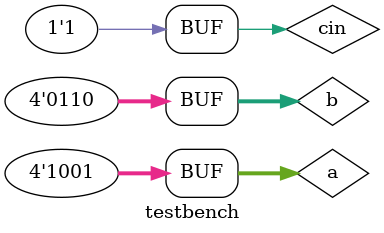
<source format=sv>
module testbench;
  reg [3:0] a, b;
  reg cin;
  wire [3:0] s;
  wire cout;
  
  RCA DUT (a, b, cin, s, cout);

  initial begin
    a = 4'b0000; b = 4'b0000; cin = 0; #10;
    a = 4'b0101; b = 4'b0011; cin = 0; #10;
    a = 4'b1111; b = 4'b0001; cin = 1; #10;
    a = 4'b1010; b = 4'b1101; cin = 0; #10;
    a = 4'b1001; b = 4'b0110; cin = 1; #10;
  end
endmodule

</source>
